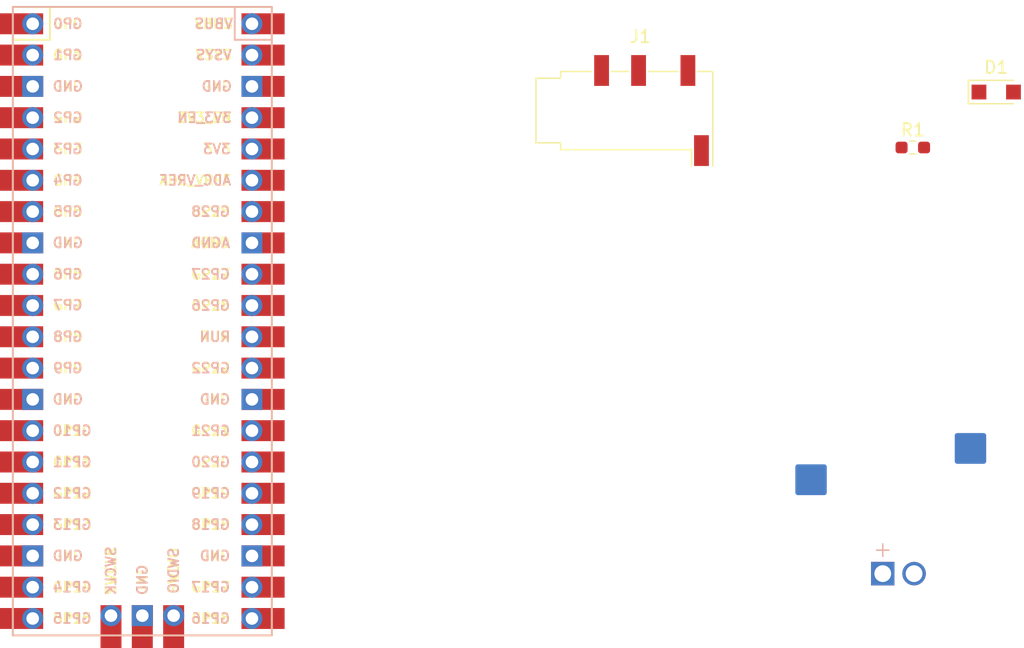
<source format=kicad_pcb>
(kicad_pcb (version 20240108) (generator "pcbnew") (generator_version "8.0")
  (layers (0 "F.Cu" signal) (31 "B.Cu" signal) (34 "B.Paste" user) (35 "F.Paste" user) (36 "B.SilkS" user "B.Silkscreen") (37 "F.SilkS" user "F.Silkscreen") (38 "B.Mask" user) (39 "F.Mask" user) (44 "Edge.Cuts" user))
  (net 0 "")
  (net 2 "Net-(U1-VSYS)")
  (net 16 "Net-(U1-AGND)")
  (net 38 "Net-(D1-A)")
  (net 42 "Net-(LED1-K)")
  (footprint "Connector_Audio:Jack_3.5mm_KoreanHropartsElec_PJ-320D-4A_Horizontal" (layer "F.Cu") (at 141 58.75)
    (property "Reference" "J1" (at 0 -6 0) (layer "F.SilkS"))
    (property "Value" "AudioJack3_Ground")
    (fp_line (start -8.47 -2.62) (end -6.47 -2.62) (stroke (width 0.12)) (layer "F.SilkS"))
    (fp_line (start -8.47 2.62) (end -8.47 -2.62) (stroke (width 0.12)) (layer "F.SilkS"))
    (fp_line (start -6.47 -3.17) (end -3.95 -3.17) (stroke (width 0.12)) (layer "F.SilkS"))
    (fp_line (start -6.47 -2.62) (end -6.47 -3.17) (stroke (width 0.12)) (layer "F.SilkS"))
    (fp_line (start -6.47 2.62) (end -8.47 2.62) (stroke (width 0.12)) (layer "F.SilkS"))
    (fp_line (start -6.47 3.17) (end -6.47 2.62) (stroke (width 0.12)) (layer "F.SilkS"))
    (fp_line (start -2.35 -3.17) (end -0.95 -3.17) (stroke (width 0.12)) (layer "F.SilkS"))
    (fp_line (start 0.65 -3.17) (end 3.05 -3.17) (stroke (width 0.12)) (layer "F.SilkS"))
    (fp_line (start 4.15 3.17) (end -6.47 3.17) (stroke (width 0.12)) (layer "F.SilkS"))
    (fp_line (start 4.15 4.5) (end 4.15 3.17) (stroke (width 0.12)) (layer "F.SilkS"))
    (fp_line (start 5.87 -3.17) (end 4.65 -3.17) (stroke (width 0.12)) (layer "F.SilkS"))
    (fp_line (start 5.87 -3.17) (end 5.87 4.5) (stroke (width 0.12)) (layer "F.SilkS"))
    (pad "" np_thru_hole circle (at -4.75 0) (size 1.6 1.6) (drill 1.6) (layers "F&B.Cu" "*.Mask"))
    (pad "" np_thru_hole circle (at 2.25 0) (size 1.6 1.6) (drill 1.6) (layers "F&B.Cu" "*.Mask"))
    (pad "R1" smd rect (at -0.15 -3.25) (size 1.2 2.5) (layers "F.Cu" "F.Paste" "F.Mask"))
    (pad "R2" smd rect (at -3.15 -3.25) (size 1.2 2.5) (layers "F.Cu" "F.Paste" "F.Mask"))
    (pad "S" smd rect (at 4.95 3.25) (size 1.2 2.5) (layers "F.Cu" "F.Paste" "F.Mask") (net 2 "Net-(U1-VSYS)"))
    (pad "T" smd rect (at 3.85 -3.25) (size 1.2 2.5) (layers "F.Cu" "F.Paste" "F.Mask"))
  )
  (footprint "MX V2 Misc:MX-LED-PolarityMarked" (layer "F.Cu") (at 161.92 91.25)
    (property "Reference" "LED1")
    (property "Value" "LED")
    (fp_line (start -1.778 3.175) (end -0.762 3.175) (stroke (width 0.12)) (layer "B.SilkS"))
    (fp_line (start -1.27 3.683) (end -1.27 2.667) (stroke (width 0.12)) (layer "B.SilkS"))
    (pad "1" thru_hole rect (at -1.27 5.08) (size 1.905 1.905) (drill 1.36) (layers "*.Cu" "B.Mask") (net 42 "Net-(LED1-K)"))
    (pad "2" thru_hole circle (at 1.27 5.08) (size 1.905 1.905) (drill 1.36) (layers "*.Cu" "B.Mask"))
  )
  (footprint "Resistor_SMD:R_0603_1608Metric_Pad0.98x0.95mm_HandSolder" (layer "F.Cu") (at 163.0875 61.75)
    (property "Reference" "R1" (at 0 -1.43 0) (layer "F.SilkS"))
    (property "Value" "R")
    (fp_line (start -0.254724 -0.5225) (end 0.254724 -0.5225) (stroke (width 0.12)) (layer "F.SilkS"))
    (fp_line (start -0.254724 0.5225) (end 0.254724 0.5225) (stroke (width 0.12)) (layer "F.SilkS"))
    (pad "1" smd roundrect (at -0.9125 0) (size 0.975 0.95) (layers "F.Cu" "F.Paste" "F.Mask") (net 42 "Net-(LED1-K)"))
    (pad "2" smd roundrect (at 0.9125 0) (size 0.975 0.95) (layers "F.Cu" "F.Paste" "F.Mask"))
  )
  (footprint "MX V2 MX Hotswap:MX-Hotswap-1U" (layer "F.Cu") (at 161.92 91.25)
    (property "Reference" "S1")
    (property "Value" "REC")
    (pad "" np_thru_hole circle (at -5.08 0 48.099) (size 1.7018 1.7018) (drill 1.7018) (layers "F&B.Cu" "*.Mask"))
    (pad "" np_thru_hole circle (at -3.81 -2.54) (size 3 3) (drill 3) (layers "F&B.Cu" "*.Mask"))
    (pad "" np_thru_hole circle (at 0 0) (size 3.9878 3.9878) (drill 3.9878) (layers "F&B.Cu" "*.Mask"))
    (pad "" np_thru_hole circle (at 2.54 -5.08) (size 3 3) (drill 3) (layers "F&B.Cu" "*.Mask"))
    (pad "" np_thru_hole circle (at 5.08 0 48.099) (size 1.7018 1.7018) (drill 1.7018) (layers "F&B.Cu" "*.Mask"))
    (pad "1" smd roundrect (at -7.085 -2.54) (size 2.55 2.5) (layers "B.Cu" "B.Paste" "B.Mask") (roundrect_rratio 0.08))
    (pad "2" smd roundrect (at 5.842 -5.08) (size 2.55 2.5) (layers "B.Cu" "B.Paste" "B.Mask") (roundrect_rratio 0.08) (net 38 "Net-(D1-A)"))
  )
  (footprint "ScottoKeebs_MCU:Raspberry_Pi_Pico" (layer "F.Cu") (at 100.61 75.84)
    (property "Reference" "U1" (hide yes))
    (property "Value" "Raspberry_Pi_Pico" (hide yes))
    (fp_line (start -10.5 -25.5) (end -10.5 25.5) (stroke (width 0.15)) (layer "B.SilkS"))
    (fp_line (start -10.5 25.5) (end 10.5 25.5) (stroke (width 0.15)) (layer "B.SilkS"))
    (fp_line (start 7.493 -22.833) (end 7.493 -25.5) (stroke (width 0.15)) (layer "B.SilkS"))
    (fp_line (start 10.5 -25.5) (end -10.5 -25.5) (stroke (width 0.15)) (layer "B.SilkS"))
    (fp_line (start 10.5 -25.5) (end 10.5 25.5) (stroke (width 0.15)) (layer "B.SilkS"))
    (fp_line (start 10.5 -22.833) (end 7.493 -22.833) (stroke (width 0.15)) (layer "B.SilkS"))
    (fp_line (start -10.5 -25.5) (end -10.5 25.5) (stroke (width 0.15)) (layer "F.SilkS"))
    (fp_line (start -10.5 -25.5) (end 10.5 -25.5) (stroke (width 0.15)) (layer "F.SilkS"))
    (fp_line (start -10.5 -22.833) (end -7.493 -22.833) (stroke (width 0.15)) (layer "F.SilkS"))
    (fp_line (start -7.493 -22.833) (end -7.493 -25.5) (stroke (width 0.15)) (layer "F.SilkS"))
    (fp_line (start 10.5 -25.5) (end 10.5 25.5) (stroke (width 0.15)) (layer "F.SilkS"))
    (fp_line (start 10.5 25.5) (end -10.5 25.5) (stroke (width 0.15)) (layer "F.SilkS"))
    (fp_text user "GND" (at -6.04 -19.05 0) (layer "B.SilkS") (effects (font (size 0.8 0.8)) (justify mirror)))
    (fp_text user "GP3" (at -6.04 -13.97 0) (layer "B.SilkS") (effects (font (size 0.8 0.8)) (justify mirror)))
    (fp_text user "GP19" (at 5.54 13.97 0) (layer "B.SilkS") (effects (font (size 0.8 0.8)) (justify mirror)))
    (fp_text user "GP17" (at 5.54 21.59 0) (layer "B.SilkS") (effects (font (size 0.8 0.8)) (justify mirror)))
    (fp_text user "GP10" (at -5.69 8.89 0) (layer "B.SilkS") (effects (font (size 0.8 0.8)) (justify mirror)))
    (fp_text user "GP14" (at -5.69 21.59 0) (layer "B.SilkS") (effects (font (size 0.8 0.8)) (justify mirror)))
    (fp_text user "GP1" (at -6.04 -21.6 0) (layer "B.SilkS") (effects (font (size 0.8 0.8)) (justify mirror)))
    (fp_text user "GND" (at 0 21 -90) (layer "B.SilkS") (effects (font (size 0.8 0.8)) (justify mirror)))
    (fp_text user "GP15" (at -5.69 24.13 0) (layer "B.SilkS") (effects (font (size 0.8 0.8)) (justify mirror)))
    (fp_text user "RUN" (at 5.89 1.27 0) (layer "B.SilkS") (effects (font (size 0.8 0.8)) (justify mirror)))
    (fp_text user "GP8" (at -6.04 1.27 0) (layer "B.SilkS") (effects (font (size 0.8 0.8)) (justify mirror)))
    (fp_text user "GND" (at -6.04 19.05 0) (layer "B.SilkS") (effects (font (size 0.8 0.8)) (justify mirror)))
    (fp_text user "GND" (at 5.89 6.35 0) (layer "B.SilkS") (effects (font (size 0.8 0.8)) (justify mirror)))
    (fp_text user "GP21" (at 5.54 8.9 0) (layer "B.SilkS") (effects (font (size 0.8 0.8)) (justify mirror)))
    (fp_text user "GP26" (at 5.54 -1.27 0) (layer "B.SilkS") (effects (font (size 0.8 0.8)) (justify mirror)))
    (fp_text user "GP7" (at -6.04 -1.3 0) (layer "B.SilkS") (effects (font (size 0.8 0.8)) (justify mirror)))
    (fp_text user "ADC_VREF" (at 4.29 -11.43 0) (layer "B.SilkS") (effects (font (size 0.8 0.8)) (justify mirror)))
    (fp_text user "GND" (at 5.89 19.05 0) (layer "B.SilkS") (effects (font (size 0.8 0.8)) (justify mirror)))
    (fp_text user "VSYS" (at 5.79 -21.59 0) (layer "B.SilkS") (effects (font (size 0.8 0.8)) (justify mirror)))
    (fp_text user "GP9" (at -6.04 3.81 0) (layer "B.SilkS") (effects (font (size 0.8 0.8)) (justify mirror)))
    (fp_text user "GND" (at -6.04 -6.35 0) (layer "B.SilkS") (effects (font (size 0.8 0.8)) (justify mirror)))
    (fp_text user "GP27" (at 5.54 -3.8 0) (layer "B.SilkS") (effects (font (size 0.8 0.8)) (justify mirror)))
    (fp_text user "GP22" (at 5.54 3.81 0) (layer "B.SilkS") (effects (font (size 0.8 0.8)) (justify mirror)))
    (fp_text user "GP4" (at -6.04 -11.43 0) (layer "B.SilkS") (effects (font (size 0.8 0.8)) (justify mirror)))
    (fp_text user "GP20" (at 5.54 11.43 0) (layer "B.SilkS") (effects (font (size 0.8 0.8)) (justify mirror)))
    (fp_text user "GND" (at 6.04 -19.05 0) (layer "B.SilkS") (effects (font (size 0.8 0.8)) (justify mirror)))
    (fp_text user "AGND" (at 5.54 -6.35 0) (layer "B.SilkS") (effects (font (size 0.8 0.8)) (justify mirror)))
    (fp_text user "GP28" (at 5.54 -8.89 0) (layer "B.SilkS") (effects (font (size 0.8 0.8)) (justify mirror)))
    (fp_text user "GP13" (at -5.69 16.51 0) (layer "B.SilkS") (effects (font (size 0.8 0.8)) (justify mirror)))
    (fp_text user "GP2" (at -6.04 -16.51 0) (layer "B.SilkS") (effects (font (size 0.8 0.8)) (justify mirror)))
    (fp_text user "SWCLK" (at -2.54 20.25 -90) (layer "B.SilkS") (effects (font (size 0.8 0.8)) (justify mirror)))
    (fp_text user "3V3_EN" (at 5.04 -16.51 0) (layer "B.SilkS") (effects (font (size 0.8 0.8)) (justify mirror)))
    (fp_text user "GP0" (at -6.04 -24.13 0) (layer "B.SilkS") (effects (font (size 0.8 0.8)) (justify mirror)))
    (fp_text user "3V3" (at 6.04 -13.97 0) (layer "B.SilkS") (effects (font (size 0.8 0.8)) (justify mirror)))
    (fp_text user "GP5" (at -6.04 -8.89 0) (layer "B.SilkS") (effects (font (size 0.8 0.8)) (justify mirror)))
    (fp_text user "GP16" (at 5.54 24.13 0) (layer "B.SilkS") (effects (font (size 0.8 0.8)) (justify mirror)))
    (fp_text user "GP11" (at -5.69 11.43 0) (layer "B.SilkS") (effects (font (size 0.8 0.8)) (justify mirror)))
    (fp_text user "GP12" (at -5.69 13.97 0) (layer "B.SilkS") (effects (font (size 0.8 0.8)) (justify mirror)))
    (fp_text user "VBUS" (at 5.79 -24.13 0) (layer "B.SilkS") (effects (font (size 0.8 0.8)) (justify mirror)))
    (fp_text user "GP18" (at 5.54 16.51 0) (layer "B.SilkS") (effects (font (size 0.8 0.8)) (justify mirror)))
    (fp_text user "GP6" (at -6.04 -3.81 0) (layer "B.SilkS") (effects (font (size 0.8 0.8)) (justify mirror)))
    (fp_text user "SWDIO" (at 2.54 20.25 -90) (layer "B.SilkS") (effects (font (size 0.8 0.8)) (justify mirror)))
    (fp_text user "GND" (at -6.04 6.35 0) (layer "B.SilkS") (effects (font (size 0.8 0.8)) (justify mirror)))
    (fp_text user "GND" (at -6.04 -6.35 0) (layer "F.SilkS") (effects (font (size 0.8 0.8))))
    (fp_text user "GND" (at -6.04 -19.05 0) (layer "F.SilkS") (effects (font (size 0.8 0.8))))
    (fp_text user "GP27" (at 5.54 -3.8 0) (layer "F.SilkS") (effects (font (size 0.8 0.8))))
    (fp_text user "VBUS" (at 5.79 -24.13 0) (layer "F.SilkS") (effects (font (size 0.8 0.8))))
    (fp_text user "3V3_EN" (at 5.04 -16.51 0) (layer "F.SilkS") (effects (font (size 0.8 0.8))))
    (fp_text user "GP8" (at -6.04 1.27 0) (layer "F.SilkS") (effects (font (size 0.8 0.8))))
    (fp_text user "GND" (at -6.04 19.05 0) (layer "F.SilkS") (effects (font (size 0.8 0.8))))
    (fp_text user "SWCLK" (at -2.54 20.25 90) (layer "F.SilkS") (effects (font (size 0.8 0.8))))
    (fp_text user "GP19" (at 5.54 13.97 0) (layer "F.SilkS") (effects (font (size 0.8 0.8))))
    (fp_text user "GP10" (at -5.69 8.89 0) (layer "F.SilkS") (effects (font (size 0.8 0.8))))
    (fp_text user "GP28" (at 5.54 -8.89 0) (layer "F.SilkS") (effects (font (size 0.8 0.8))))
    (fp_text user "VSYS" (at 5.79 -21.59 0) (layer "F.SilkS") (effects (font (size 0.8 0.8))))
    (fp_text user "GP14" (at -5.69 21.59 0) (layer "F.SilkS") (effects (font (size 0.8 0.8))))
    (fp_text user "3V3" (at 6.04 -13.97 0) (layer "F.SilkS") (effects (font (size 0.8 0.8))))
    (fp_text user "GND" (at 0 21 90) (layer "F.SilkS") (effects (font (size 0.8 0.8))))
    (fp_text user "GP13" (at -5.69 16.51 0) (layer "F.SilkS") (effects (font (size 0.8 0.8))))
    (fp_text user "GP15" (at -5.69 24.13 0) (layer "F.SilkS") (effects (font (size 0.8 0.8))))
    (fp_text user "GP1" (at -6.04 -21.6 0) (layer "F.SilkS") (effects (font (size 0.8 0.8))))
    (fp_text user "GND" (at -6.04 6.35 0) (layer "F.SilkS") (effects (font (size 0.8 0.8))))
    (fp_text user "GP4" (at -6.04 -11.43 0) (layer "F.SilkS") (effects (font (size 0.8 0.8))))
    (fp_text user "AGND" (at 5.54 -6.35 0) (layer "F.SilkS") (effects (font (size 0.8 0.8))))
    (fp_text user "SWDIO" (at 2.54 20.25 90) (layer "F.SilkS") (effects (font (size 0.8 0.8))))
    (fp_text user "GND" (at 6.04 -19.05 0) (layer "F.SilkS") (effects (font (size 0.8 0.8))))
    (fp_text user "GP3" (at -6.04 -13.97 0) (layer "F.SilkS") (effects (font (size 0.8 0.8))))
    (fp_text user "GP12" (at -5.69 13.97 0) (layer "F.SilkS") (effects (font (size 0.8 0.8))))
    (fp_text user "GP7" (at -6.04 -1.3 0) (layer "F.SilkS") (effects (font (size 0.8 0.8))))
    (fp_text user "GP5" (at -6.04 -8.89 0) (layer "F.SilkS") (effects (font (size 0.8 0.8))))
    (fp_text user "GP21" (at 5.54 8.9 0) (layer "F.SilkS") (effects (font (size 0.8 0.8))))
    (fp_text user "GP9" (at -6.04 3.81 0) (layer "F.SilkS") (effects (font (size 0.8 0.8))))
    (fp_text user "GP11" (at -5.69 11.43 0) (layer "F.SilkS") (effects (font (size 0.8 0.8))))
    (fp_text user "GP0" (at -6.04 -24.13 0) (layer "F.SilkS") (effects (font (size 0.8 0.8))))
    (fp_text user "GP26" (at 5.54 -1.27 0) (layer "F.SilkS") (effects (font (size 0.8 0.8))))
    (fp_text user "GP22" (at 5.54 3.81 0) (layer "F.SilkS") (effects (font (size 0.8 0.8))))
    (fp_text user "GP17" (at 5.54 21.59 0) (layer "F.SilkS") (effects (font (size 0.8 0.8))))
    (fp_text user "GP16" (at 5.54 24.13 0) (layer "F.SilkS") (effects (font (size 0.8 0.8))))
    (fp_text user "GP6" (at -6.04 -3.81 0) (layer "F.SilkS") (effects (font (size 0.8 0.8))))
    (fp_text user "GP18" (at 5.54 16.51 0) (layer "F.SilkS") (effects (font (size 0.8 0.8))))
    (fp_text user "RUN" (at 5.89 1.27 0) (layer "F.SilkS") (effects (font (size 0.8 0.8))))
    (fp_text user "ADC_VREF" (at 4.29 -11.43 0) (layer "F.SilkS") (effects (font (size 0.8 0.8))))
    (fp_text user "GP2" (at -6.04 -16.51 0) (layer "F.SilkS") (effects (font (size 0.8 0.8))))
    (fp_text user "GND" (at 5.89 6.35 0) (layer "F.SilkS") (effects (font (size 0.8 0.8))))
    (fp_text user "GP20" (at 5.54 11.43 0) (layer "F.SilkS") (effects (font (size 0.8 0.8))))
    (fp_text user "GND" (at 5.89 19.05 0) (layer "F.SilkS") (effects (font (size 0.8 0.8))))
    (pad "1" thru_hole oval (at -8.89 -24.13) (size 1.7 1.7) (drill 1.02) (layers "*.Cu" "*.Mask"))
    (pad "1" smd rect (at -8.89 -24.13) (size 3.5 1.7) (drill (offset -0.9 0)) (layers "F.Cu" "F.Mask"))
    (pad "2" thru_hole oval (at -8.89 -21.59) (size 1.7 1.7) (drill 1.02) (layers "*.Cu" "*.Mask"))
    (pad "2" smd rect (at -8.89 -21.59) (size 3.5 1.7) (drill (offset -0.9 0)) (layers "F.Cu" "F.Mask"))
    (pad "3" thru_hole rect (at -8.89 -19.05) (size 1.7 1.7) (drill 1.02) (layers "*.Cu" "*.Mask") (net 16 "Net-(U1-AGND)"))
    (pad "3" smd rect (at -8.89 -19.05) (size 3.5 1.7) (drill (offset -0.9 0)) (layers "F.Cu" "F.Mask") (net 16 "Net-(U1-AGND)"))
    (pad "4" thru_hole oval (at -8.89 -16.51) (size 1.7 1.7) (drill 1.02) (layers "*.Cu" "*.Mask"))
    (pad "4" smd rect (at -8.89 -16.51) (size 3.5 1.7) (drill (offset -0.9 0)) (layers "F.Cu" "F.Mask"))
    (pad "5" thru_hole oval (at -8.89 -13.97) (size 1.7 1.7) (drill 1.02) (layers "*.Cu" "*.Mask"))
    (pad "5" smd rect (at -8.89 -13.97) (size 3.5 1.7) (drill (offset -0.9 0)) (layers "F.Cu" "F.Mask"))
    (pad "6" thru_hole oval (at -8.89 -11.43) (size 1.7 1.7) (drill 1.02) (layers "*.Cu" "*.Mask"))
    (pad "6" smd rect (at -8.89 -11.43) (size 3.5 1.7) (drill (offset -0.9 0)) (layers "F.Cu" "F.Mask"))
    (pad "7" thru_hole oval (at -8.89 -8.89) (size 1.7 1.7) (drill 1.02) (layers "*.Cu" "*.Mask"))
    (pad "7" smd rect (at -8.89 -8.89) (size 3.5 1.7) (drill (offset -0.9 0)) (layers "F.Cu" "F.Mask"))
    (pad "8" thru_hole rect (at -8.89 -6.35) (size 1.7 1.7) (drill 1.02) (layers "*.Cu" "*.Mask") (net 16 "Net-(U1-AGND)"))
    (pad "8" smd rect (at -8.89 -6.35) (size 3.5 1.7) (drill (offset -0.9 0)) (layers "F.Cu" "F.Mask") (net 16 "Net-(U1-AGND)"))
    (pad "9" thru_hole oval (at -8.89 -3.81) (size 1.7 1.7) (drill 1.02) (layers "*.Cu" "*.Mask"))
    (pad "9" smd rect (at -8.89 -3.81) (size 3.5 1.7) (drill (offset -0.9 0)) (layers "F.Cu" "F.Mask"))
    (pad "10" thru_hole oval (at -8.89 -1.27) (size 1.7 1.7) (drill 1.02) (layers "*.Cu" "*.Mask"))
    (pad "10" smd rect (at -8.89 -1.27) (size 3.5 1.7) (drill (offset -0.9 0)) (layers "F.Cu" "F.Mask"))
    (pad "11" thru_hole oval (at -8.89 1.27) (size 1.7 1.7) (drill 1.02) (layers "*.Cu" "*.Mask"))
    (pad "11" smd rect (at -8.89 1.27) (size 3.5 1.7) (drill (offset -0.9 0)) (layers "F.Cu" "F.Mask"))
    (pad "12" thru_hole oval (at -8.89 3.81) (size 1.7 1.7) (drill 1.02) (layers "*.Cu" "*.Mask"))
    (pad "12" smd rect (at -8.89 3.81) (size 3.5 1.7) (drill (offset -0.9 0)) (layers "F.Cu" "F.Mask"))
    (pad "13" thru_hole rect (at -8.89 6.35) (size 1.7 1.7) (drill 1.02) (layers "*.Cu" "*.Mask") (net 16 "Net-(U1-AGND)"))
    (pad "13" smd rect (at -8.89 6.35) (size 3.5 1.7) (drill (offset -0.9 0)) (layers "F.Cu" "F.Mask") (net 16 "Net-(U1-AGND)"))
    (pad "14" thru_hole oval (at -8.89 8.89) (size 1.7 1.7) (drill 1.02) (layers "*.Cu" "*.Mask"))
    (pad "14" smd rect (at -8.89 8.89) (size 3.5 1.7) (drill (offset -0.9 0)) (layers "F.Cu" "F.Mask"))
    (pad "15" thru_hole oval (at -8.89 11.43) (size 1.7 1.7) (drill 1.02) (layers "*.Cu" "*.Mask"))
    (pad "15" smd rect (at -8.89 11.43) (size 3.5 1.7) (drill (offset -0.9 0)) (layers "F.Cu" "F.Mask"))
    (pad "16" thru_hole oval (at -8.89 13.97) (size 1.7 1.7) (drill 1.02) (layers "*.Cu" "*.Mask"))
    (pad "16" smd rect (at -8.89 13.97) (size 3.5 1.7) (drill (offset -0.9 0)) (layers "F.Cu" "F.Mask"))
    (pad "17" thru_hole oval (at -8.89 16.51) (size 1.7 1.7) (drill 1.02) (layers "*.Cu" "*.Mask"))
    (pad "17" smd rect (at -8.89 16.51) (size 3.5 1.7) (drill (offset -0.9 0)) (layers "F.Cu" "F.Mask"))
    (pad "18" thru_hole rect (at -8.89 19.05) (size 1.7 1.7) (drill 1.02) (layers "*.Cu" "*.Mask") (net 16 "Net-(U1-AGND)"))
    (pad "18" smd rect (at -8.89 19.05) (size 3.5 1.7) (drill (offset -0.9 0)) (layers "F.Cu" "F.Mask") (net 16 "Net-(U1-AGND)"))
    (pad "19" thru_hole oval (at -8.89 21.59) (size 1.7 1.7) (drill 1.02) (layers "*.Cu" "*.Mask"))
    (pad "19" smd rect (at -8.89 21.59) (size 3.5 1.7) (drill (offset -0.9 0)) (layers "F.Cu" "F.Mask"))
    (pad "20" thru_hole oval (at -8.89 24.13) (size 1.7 1.7) (drill 1.02) (layers "*.Cu" "*.Mask"))
    (pad "20" smd rect (at -8.89 24.13) (size 3.5 1.7) (drill (offset -0.9 0)) (layers "F.Cu" "F.Mask"))
    (pad "21" thru_hole oval (at 8.89 24.13) (size 1.7 1.7) (drill 1.02) (layers "*.Cu" "*.Mask"))
    (pad "21" smd rect (at 8.89 24.13) (size 3.5 1.7) (drill (offset 0.9 0)) (layers "F.Cu" "F.Mask"))
    (pad "22" thru_hole oval (at 8.89 21.59) (size 1.7 1.7) (drill 1.02) (layers "*.Cu" "*.Mask"))
    (pad "22" smd rect (at 8.89 21.59) (size 3.5 1.7) (drill (offset 0.9 0)) (layers "F.Cu" "F.Mask"))
    (pad "23" thru_hole rect (at 8.89 19.05) (size 1.7 1.7) (drill 1.02) (layers "*.Cu" "*.Mask") (net 16 "Net-(U1-AGND)"))
    (pad "23" smd rect (at 8.89 19.05) (size 3.5 1.7) (drill (offset 0.9 0)) (layers "F.Cu" "F.Mask") (net 16 "Net-(U1-AGND)"))
    (pad "24" thru_hole oval (at 8.89 16.51) (size 1.7 1.7) (drill 1.02) (layers "*.Cu" "*.Mask"))
    (pad "24" smd rect (at 8.89 16.51) (size 3.5 1.7) (drill (offset 0.9 0)) (layers "F.Cu" "F.Mask"))
    (pad "25" thru_hole oval (at 8.89 13.97) (size 1.7 1.7) (drill 1.02) (layers "*.Cu" "*.Mask"))
    (pad "25" smd rect (at 8.89 13.97) (size 3.5 1.7) (drill (offset 0.9 0)) (layers "F.Cu" "F.Mask"))
    (pad "26" thru_hole oval (at 8.89 11.43) (size 1.7 1.7) (drill 1.02) (layers "*.Cu" "*.Mask"))
    (pad "26" smd rect (at 8.89 11.43) (size 3.5 1.7) (drill (offset 0.9 0)) (layers "F.Cu" "F.Mask"))
    (pad "27" thru_hole oval (at 8.89 8.89) (size 1.7 1.7) (drill 1.02) (layers "*.Cu" "*.Mask"))
    (pad "27" smd rect (at 8.89 8.89) (size 3.5 1.7) (drill (offset 0.9 0)) (layers "F.Cu" "F.Mask"))
    (pad "28" thru_hole rect (at 8.89 6.35) (size 1.7 1.7) (drill 1.02) (layers "*.Cu" "*.Mask") (net 16 "Net-(U1-AGND)"))
    (pad "28" smd rect (at 8.89 6.35) (size 3.5 1.7) (drill (offset 0.9 0)) (layers "F.Cu" "F.Mask") (net 16 "Net-(U1-AGND)"))
    (pad "29" thru_hole oval (at 8.89 3.81) (size 1.7 1.7) (drill 1.02) (layers "*.Cu" "*.Mask"))
    (pad "29" smd rect (at 8.89 3.81) (size 3.5 1.7) (drill (offset 0.9 0)) (layers "F.Cu" "F.Mask"))
    (pad "30" thru_hole oval (at 8.89 1.27) (size 1.7 1.7) (drill 1.02) (layers "*.Cu" "*.Mask"))
    (pad "30" smd rect (at 8.89 1.27) (size 3.5 1.7) (drill (offset 0.9 0)) (layers "F.Cu" "F.Mask"))
    (pad "31" thru_hole oval (at 8.89 -1.27) (size 1.7 1.7) (drill 1.02) (layers "*.Cu" "*.Mask"))
    (pad "31" smd rect (at 8.89 -1.27) (size 3.5 1.7) (drill (offset 0.9 0)) (layers "F.Cu" "F.Mask"))
    (pad "32" thru_hole oval (at 8.89 -3.81) (size 1.7 1.7) (drill 1.02) (layers "*.Cu" "*.Mask"))
    (pad "32" smd rect (at 8.89 -3.81) (size 3.5 1.7) (drill (offset 0.9 0)) (layers "F.Cu" "F.Mask"))
    (pad "33" thru_hole rect (at 8.89 -6.35) (size 1.7 1.7) (drill 1.02) (layers "*.Cu" "*.Mask") (net 16 "Net-(U1-AGND)"))
    (pad "33" smd rect (at 8.89 -6.35) (size 3.5 1.7) (drill (offset 0.9 0)) (layers "F.Cu" "F.Mask") (net 16 "Net-(U1-AGND)"))
    (pad "34" thru_hole oval (at 8.89 -8.89) (size 1.7 1.7) (drill 1.02) (layers "*.Cu" "*.Mask"))
    (pad "34" smd rect (at 8.89 -8.89) (size 3.5 1.7) (drill (offset 0.9 0)) (layers "F.Cu" "F.Mask"))
    (pad "35" thru_hole oval (at 8.89 -11.43) (size 1.7 1.7) (drill 1.02) (layers "*.Cu" "*.Mask"))
    (pad "35" smd rect (at 8.89 -11.43) (size 3.5 1.7) (drill (offset 0.9 0)) (layers "F.Cu" "F.Mask"))
    (pad "36" thru_hole oval (at 8.89 -13.97) (size 1.7 1.7) (drill 1.02) (layers "*.Cu" "*.Mask"))
    (pad "36" smd rect (at 8.89 -13.97) (size 3.5 1.7) (drill (offset 0.9 0)) (layers "F.Cu" "F.Mask"))
    (pad "37" thru_hole oval (at 8.89 -16.51) (size 1.7 1.7) (drill 1.02) (layers "*.Cu" "*.Mask"))
    (pad "37" smd rect (at 8.89 -16.51) (size 3.5 1.7) (drill (offset 0.9 0)) (layers "F.Cu" "F.Mask"))
    (pad "38" thru_hole rect (at 8.89 -19.05) (size 1.7 1.7) (drill 1.02) (layers "*.Cu" "*.Mask") (net 16 "Net-(U1-AGND)"))
    (pad "38" smd rect (at 8.89 -19.05) (size 3.5 1.7) (drill (offset 0.9 0)) (layers "F.Cu" "F.Mask") (net 16 "Net-(U1-AGND)"))
    (pad "39" thru_hole oval (at 8.89 -21.59) (size 1.7 1.7) (drill 1.02) (layers "*.Cu" "*.Mask") (net 2 "Net-(U1-VSYS)"))
    (pad "39" smd rect (at 8.89 -21.59) (size 3.5 1.7) (drill (offset 0.9 0)) (layers "F.Cu" "F.Mask") (net 2 "Net-(U1-VSYS)"))
    (pad "40" thru_hole oval (at 8.89 -24.13) (size 1.7 1.7) (drill 1.02) (layers "*.Cu" "*.Mask"))
    (pad "40" smd rect (at 8.89 -24.13) (size 3.5 1.7) (drill (offset 0.9 0)) (layers "F.Cu" "F.Mask"))
    (pad "41" thru_hole oval (at -2.54 23.9) (size 1.7 1.7) (drill 1.02) (layers "*.Cu" "*.Mask"))
    (pad "41" smd rect (at -2.54 23.9 90) (size 3.5 1.7) (drill (offset -0.9 0)) (layers "F.Cu" "F.Mask"))
    (pad "42" thru_hole rect (at 0 23.9) (size 1.7 1.7) (drill 1.02) (layers "*.Cu" "*.Mask"))
    (pad "42" smd rect (at 0 23.9 90) (size 3.5 1.7) (drill (offset -0.9 0)) (layers "F.Cu" "F.Mask"))
    (pad "43" thru_hole oval (at 2.54 23.9) (size 1.7 1.7) (drill 1.02) (layers "*.Cu" "*.Mask"))
    (pad "43" smd rect (at 2.54 23.9 90) (size 3.5 1.7) (drill (offset -0.9 0)) (layers "F.Cu" "F.Mask"))
  )
  (footprint "Diode_SMD:Nexperia_CFP3_SOD-123W" (layer "F.Cu") (at 169.85 57.25)
    (property "Reference" "D1" (at 0 -2 0) (layer "F.SilkS"))
    (property "Value" "Diode")
    (fp_line (start -2.26 -0.95) (end -2.26 0.95) (stroke (width 0.12)) (layer "F.SilkS"))
    (fp_line (start -2.26 -0.95) (end 1.4 -0.95) (stroke (width 0.12)) (layer "F.SilkS"))
    (fp_line (start -2.26 0.95) (end 1.4 0.95) (stroke (width 0.12)) (layer "F.SilkS"))
    (pad "1" smd rect (at -1.4 0) (size 1.2 1.2) (layers "F.Cu" "F.Paste" "F.Mask"))
    (pad "2" smd rect (at 1.4 0) (size 1.2 1.2) (layers "F.Cu" "F.Paste" "F.Mask") (net 38 "Net-(D1-A)"))
  )
)
</source>
